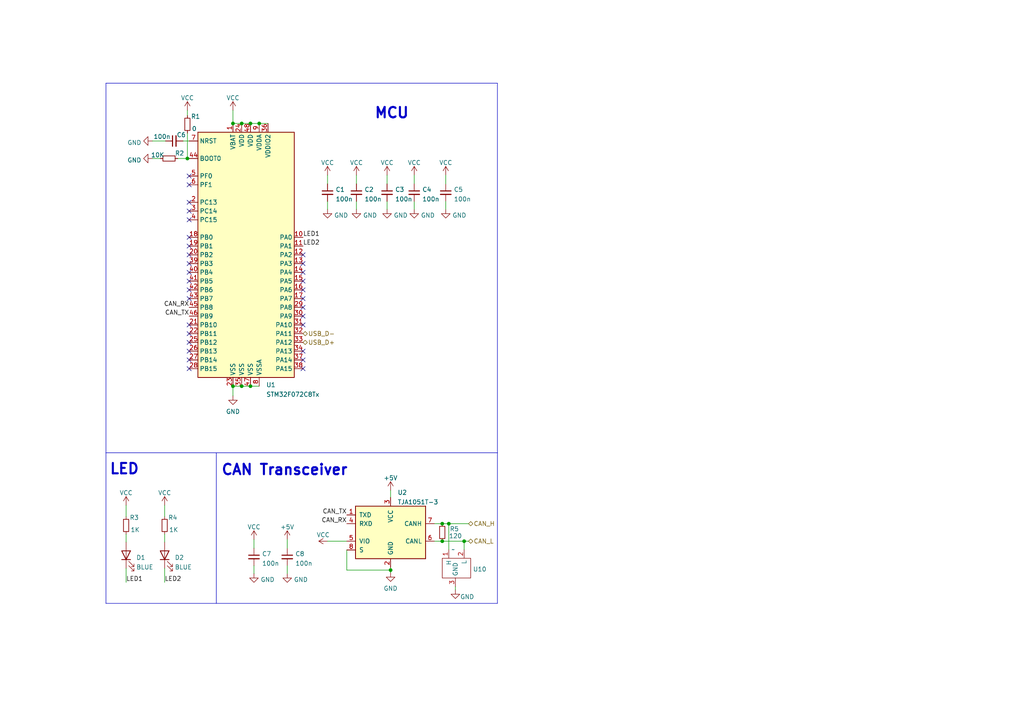
<source format=kicad_sch>
(kicad_sch (version 20230121) (generator eeschema)
  (paper "A4")
  (lib_symbols
    (symbol "Device:C_Small" (pin_numbers hide) (pin_names (offset 0.254) hide)
      (property "Reference" "C" (at 0.254 1.778 0))
      (property "Value" "C_Small" (at 0.254 -2.032 0))
      (symbol "C_Small_0_1"
        (polyline (pts (xy -1.524 -0.508) (xy 1.524 -0.508)) (stroke (width 0.3302)))
        (polyline (pts (xy -1.524 0.508) (xy 1.524 0.508)) (stroke (width 0.3048)))
      )
      (symbol "C_Small_1_1"
        (pin passive line (at 0 2.54 270) (length 2.032) (name "~") (number "1"))
        (pin passive line (at 0 -2.54 90) (length 2.032) (name "~") (number "2"))
      )
    )
    (symbol "Device:LED" (pin_numbers hide) (pin_names (offset 1.016) hide)
      (property "Reference" "D" (at 0 2.54 0))
      (property "Value" "LED" (at 0 -2.54 0))
      (symbol "LED_0_1"
        (polyline (pts (xy -1.27 -1.27) (xy -1.27 1.27)) (stroke (width 0.254)))
        (polyline (pts (xy -1.27 0) (xy 1.27 0)))
        (polyline (pts (xy 1.27 -1.27) (xy 1.27 1.27) (xy -1.27 0) (xy 1.27 -1.27)) (stroke (width 0.254)))
        (polyline (pts (xy -3.048 -0.762) (xy -4.572 -2.286) (xy -3.81 -2.286) (xy -4.572 -2.286) (xy -4.572 -1.524)))
        (polyline (pts (xy -1.778 -0.762) (xy -3.302 -2.286) (xy -2.54 -2.286) (xy -3.302 -2.286) (xy -3.302 -1.524)))
      )
      (symbol "LED_1_1"
        (pin passive line (at -3.81 0 0) (length 2.54) (name "K") (number "1"))
        (pin passive line (at 3.81 0 180) (length 2.54) (name "A") (number "2"))
      )
    )
    (symbol "Device:R_Small" (pin_numbers hide) (pin_names (offset 0.254) hide)
      (property "Reference" "R" (at 0.762 0.508 0))
      (property "Value" "R_Small" (at 0.762 -1.016 0))
      (symbol "R_Small_0_1"
        (rectangle (start -0.762 1.778) (end 0.762 -1.778) (stroke (width 0.2032)))
      )
      (symbol "R_Small_1_1"
        (pin passive line (at 0 2.54 270) (length 0.762) (name "~") (number "1"))
        (pin passive line (at 0 -2.54 90) (length 0.762) (name "~") (number "2"))
      )
    )
    (symbol "Extra IC:PESD1CAN"
      (property "Reference" "U" (at 3.81 -5.08 0))
      (symbol "PESD1CAN_0_1"
        (rectangle (start -4.445 3.81) (end 3.81 -1.905))
      )
      (symbol "PESD1CAN_1_1"
        (pin input line (at -2.54 6.35 270) (length 2.54) (name "H") (number "1"))
        (pin input line (at 1.905 6.35 270) (length 2.54) (name "L") (number "2"))
        (pin power_out line (at -0.635 -4.445 90) (length 2.54) (name "GND") (number "3"))
      )
    )
    (symbol "Interface_CAN_LIN:TJA1051T-3" (pin_names (offset 1.016))
      (property "Reference" "U" (at -10.16 8.89 0))
      (property "Value" "TJA1051T-3" (at 1.27 8.89 0))
      (symbol "TJA1051T-3_0_1"
        (rectangle (start -10.16 7.62) (end 10.16 -7.62) (stroke (width 0.254)) (fill (type background)))
      )
      (symbol "TJA1051T-3_1_1"
        (pin input line (at -12.7 5.08 0) (length 2.54) (name "TXD") (number "1"))
        (pin power_in line (at 0 -10.16 90) (length 2.54) (name "GND") (number "2"))
        (pin power_in line (at 0 10.16 270) (length 2.54) (name "VCC") (number "3"))
        (pin output line (at -12.7 2.54 0) (length 2.54) (name "RXD") (number "4"))
        (pin power_in line (at -12.7 -2.54 0) (length 2.54) (name "VIO") (number "5"))
        (pin bidirectional line (at 12.7 -2.54 180) (length 2.54) (name "CANL") (number "6"))
        (pin bidirectional line (at 12.7 2.54 180) (length 2.54) (name "CANH") (number "7"))
        (pin input line (at -12.7 -5.08 0) (length 2.54) (name "S") (number "8"))
      )
    )
    (symbol "MCU_ST_STM32F0:STM32F072C8Tx"
      (property "Reference" "U" (at -15.24 36.83 0))
      (property "Value" "STM32F072C8Tx" (at 7.62 36.83 0))
      (symbol "STM32F072C8Tx_0_1"
        (rectangle (start -15.24 -35.56) (end 12.7 35.56) (stroke (width 0.254)) (fill (type background)))
      )
      (symbol "STM32F072C8Tx_1_1"
        (pin power_in line (at -5.08 38.1 270) (length 2.54) (name "VBAT") (number "1"))
        (pin bidirectional line (at 15.24 5.08 180) (length 2.54) (name "PA0") (number "10"))
        (pin bidirectional line (at 15.24 2.54 180) (length 2.54) (name "PA1") (number "11"))
        (pin bidirectional line (at 15.24 0 180) (length 2.54) (name "PA2") (number "12"))
        (pin bidirectional line (at 15.24 -2.54 180) (length 2.54) (name "PA3") (number "13"))
        (pin bidirectional line (at 15.24 -5.08 180) (length 2.54) (name "PA4") (number "14"))
        (pin bidirectional line (at 15.24 -7.62 180) (length 2.54) (name "PA5") (number "15"))
        (pin bidirectional line (at 15.24 -10.16 180) (length 2.54) (name "PA6") (number "16"))
        (pin bidirectional line (at 15.24 -12.7 180) (length 2.54) (name "PA7") (number "17"))
        (pin bidirectional line (at -17.78 5.08 0) (length 2.54) (name "PB0") (number "18"))
        (pin bidirectional line (at -17.78 2.54 0) (length 2.54) (name "PB1") (number "19"))
        (pin bidirectional line (at -17.78 15.24 0) (length 2.54) (name "PC13") (number "2"))
        (pin bidirectional line (at -17.78 0 0) (length 2.54) (name "PB2") (number "20"))
        (pin bidirectional line (at -17.78 -20.32 0) (length 2.54) (name "PB10") (number "21"))
        (pin bidirectional line (at -17.78 -22.86 0) (length 2.54) (name "PB11") (number "22"))
        (pin power_in line (at -5.08 -38.1 90) (length 2.54) (name "VSS") (number "23"))
        (pin power_in line (at -2.54 38.1 270) (length 2.54) (name "VDD") (number "24"))
        (pin bidirectional line (at -17.78 -25.4 0) (length 2.54) (name "PB12") (number "25"))
        (pin bidirectional line (at -17.78 -27.94 0) (length 2.54) (name "PB13") (number "26"))
        (pin bidirectional line (at -17.78 -30.48 0) (length 2.54) (name "PB14") (number "27"))
        (pin bidirectional line (at -17.78 -33.02 0) (length 2.54) (name "PB15") (number "28"))
        (pin bidirectional line (at 15.24 -15.24 180) (length 2.54) (name "PA8") (number "29"))
        (pin bidirectional line (at -17.78 12.7 0) (length 2.54) (name "PC14") (number "3"))
        (pin bidirectional line (at 15.24 -17.78 180) (length 2.54) (name "PA9") (number "30"))
        (pin bidirectional line (at 15.24 -20.32 180) (length 2.54) (name "PA10") (number "31"))
        (pin bidirectional line (at 15.24 -22.86 180) (length 2.54) (name "PA11") (number "32"))
        (pin bidirectional line (at 15.24 -25.4 180) (length 2.54) (name "PA12") (number "33"))
        (pin bidirectional line (at 15.24 -27.94 180) (length 2.54) (name "PA13") (number "34"))
        (pin power_in line (at -2.54 -38.1 90) (length 2.54) (name "VSS") (number "35"))
        (pin power_in line (at 5.08 38.1 270) (length 2.54) (name "VDDIO2") (number "36"))
        (pin bidirectional line (at 15.24 -30.48 180) (length 2.54) (name "PA14") (number "37"))
        (pin bidirectional line (at 15.24 -33.02 180) (length 2.54) (name "PA15") (number "38"))
        (pin bidirectional line (at -17.78 -2.54 0) (length 2.54) (name "PB3") (number "39"))
        (pin bidirectional line (at -17.78 10.16 0) (length 2.54) (name "PC15") (number "4"))
        (pin bidirectional line (at -17.78 -5.08 0) (length 2.54) (name "PB4") (number "40"))
        (pin bidirectional line (at -17.78 -7.62 0) (length 2.54) (name "PB5") (number "41"))
        (pin bidirectional line (at -17.78 -10.16 0) (length 2.54) (name "PB6") (number "42"))
        (pin bidirectional line (at -17.78 -12.7 0) (length 2.54) (name "PB7") (number "43"))
        (pin input line (at -17.78 27.94 0) (length 2.54) (name "BOOT0") (number "44"))
        (pin bidirectional line (at -17.78 -15.24 0) (length 2.54) (name "PB8") (number "45"))
        (pin bidirectional line (at -17.78 -17.78 0) (length 2.54) (name "PB9") (number "46"))
        (pin power_in line (at 0 -38.1 90) (length 2.54) (name "VSS") (number "47"))
        (pin power_in line (at 0 38.1 270) (length 2.54) (name "VDD") (number "48"))
        (pin input line (at -17.78 22.86 0) (length 2.54) (name "PF0") (number "5"))
        (pin input line (at -17.78 20.32 0) (length 2.54) (name "PF1") (number "6"))
        (pin input line (at -17.78 33.02 0) (length 2.54) (name "NRST") (number "7"))
        (pin power_in line (at 2.54 -38.1 90) (length 2.54) (name "VSSA") (number "8"))
        (pin power_in line (at 2.54 38.1 270) (length 2.54) (name "VDDA") (number "9"))
      )
    )
    (symbol "power:+5V" (power) (pin_names (offset 0))
      (property "Value" "+5V" (at 0 3.556 0))
      (symbol "+5V_0_1"
        (polyline (pts (xy -0.762 1.27) (xy 0 2.54)))
        (polyline (pts (xy 0 0) (xy 0 2.54)))
        (polyline (pts (xy 0 2.54) (xy 0.762 1.27)))
      )
      (symbol "+5V_1_1"
        (pin power_in line (at 0 0 90) (length 0) hide (name "+5V") (number "1"))
      )
    )
    (symbol "power:GND" (power) (pin_names (offset 0))
      (property "Value" "GND" (at 0 -3.81 0))
      (symbol "GND_0_1"
        (polyline (pts (xy 0 0) (xy 0 -1.27) (xy 1.27 -1.27) (xy 0 -2.54) (xy -1.27 -1.27) (xy 0 -1.27)))
      )
      (symbol "GND_1_1"
        (pin power_in line (at 0 0 270) (length 0) hide (name "GND") (number "1"))
      )
    )
    (symbol "power:VCC" (power) (pin_names (offset 0))
      (property "Value" "VCC" (at 0 3.81 0))
      (symbol "VCC_0_1"
        (polyline (pts (xy -0.762 1.27) (xy 0 2.54)))
        (polyline (pts (xy 0 0) (xy 0 2.54)))
        (polyline (pts (xy 0 2.54) (xy 0.762 1.27)))
      )
      (symbol "VCC_1_1"
        (pin power_in line (at 0 0 90) (length 0) hide (name "VCC") (number "1"))
      )
    )
  )
  (junction (at 54.356 45.974))
  (junction (at 70.104 35.814))
  (junction (at 70.104 112.014))
  (junction (at 134.62 156.972))
  (junction (at 128.27 151.892))
  (junction (at 67.564 112.014))
  (junction (at 75.184 35.814))
  (junction (at 130.175 151.892))
  (junction (at 72.644 112.014))
  (junction (at 113.284 165.354))
  (junction (at 72.644 35.814))
  (junction (at 128.27 156.972))
  (junction (at 67.564 35.814))
  (no_connect (at 54.864 96.774))
  (no_connect (at 87.884 106.934))
  (no_connect (at 87.884 76.454))
  (no_connect (at 54.864 106.934))
  (no_connect (at 54.864 101.854))
  (no_connect (at 87.884 84.074))
  (no_connect (at 54.864 99.314))
  (no_connect (at 87.884 101.854))
  (no_connect (at 87.884 104.394))
  (no_connect (at 87.884 91.694))
  (no_connect (at 87.884 86.614))
  (no_connect (at 87.884 81.534))
  (no_connect (at 87.884 89.154))
  (no_connect (at 54.864 104.394))
  (no_connect (at 87.884 73.914))
  (no_connect (at 87.884 78.994))
  (no_connect (at 54.864 94.234))
  (no_connect (at 54.864 53.594))
  (no_connect (at 54.864 58.674))
  (no_connect (at 54.864 61.214))
  (no_connect (at 54.864 63.754))
  (no_connect (at 54.864 68.834))
  (no_connect (at 54.864 81.534))
  (no_connect (at 54.864 84.074))
  (no_connect (at 54.864 86.614))
  (no_connect (at 54.864 51.054))
  (no_connect (at 54.864 71.374))
  (no_connect (at 54.864 73.914))
  (no_connect (at 54.864 76.454))
  (no_connect (at 54.864 78.994))
  (no_connect (at 87.884 94.234))
  (wire (pts (xy 72.644 112.014) (xy 75.184 112.014)))
  (wire (pts (xy 113.284 165.354) (xy 113.284 166.116)))
  (polyline (pts (xy 30.734 131.318) (xy 144.272 131.318)))
  (wire (pts (xy 113.284 142.24) (xy 113.284 144.272)))
  (wire (pts (xy 132.08 171.069) (xy 132.08 170.18)))
  (wire (pts (xy 94.996 50.8) (xy 94.996 53.34)))
  (wire (pts (xy 112.268 50.8) (xy 112.268 53.34)))
  (wire (pts (xy 94.996 156.972) (xy 100.584 156.972)))
  (wire (pts (xy 44.196 40.894) (xy 48.006 40.894)))
  (wire (pts (xy 100.584 165.354) (xy 113.284 165.354)))
  (wire (pts (xy 70.104 112.014) (xy 72.644 112.014)))
  (wire (pts (xy 100.584 159.512) (xy 100.584 165.354)))
  (wire (pts (xy 67.564 35.814) (xy 70.104 35.814)))
  (wire (pts (xy 54.356 38.608) (xy 54.356 45.974)))
  (polyline (pts (xy 30.734 24.13) (xy 30.734 131.318)))
  (wire (pts (xy 134.62 156.972) (xy 135.89 156.972)))
  (wire (pts (xy 125.984 151.892) (xy 128.27 151.892)))
  (wire (pts (xy 36.576 154.94) (xy 36.576 157.226)))
  (wire (pts (xy 44.196 45.974) (xy 46.482 45.974)))
  (polyline (pts (xy 30.734 131.318) (xy 30.734 175.006)))
  (wire (pts (xy 73.66 156.464) (xy 73.66 159.004)))
  (polyline (pts (xy 144.272 131.318) (xy 144.272 24.13)))
  (wire (pts (xy 54.356 45.974) (xy 54.864 45.974)))
  (wire (pts (xy 72.644 35.814) (xy 75.184 35.814)))
  (wire (pts (xy 36.576 146.558) (xy 36.576 149.86)))
  (wire (pts (xy 128.27 156.972) (xy 134.62 156.972)))
  (wire (pts (xy 51.562 45.974) (xy 54.356 45.974)))
  (wire (pts (xy 120.142 50.8) (xy 120.142 53.34)))
  (wire (pts (xy 129.286 58.42) (xy 129.286 60.706)))
  (wire (pts (xy 67.564 32.004) (xy 67.564 35.814)))
  (wire (pts (xy 103.378 50.8) (xy 103.378 53.34)))
  (wire (pts (xy 94.996 58.42) (xy 94.996 60.706)))
  (wire (pts (xy 128.27 151.892) (xy 130.175 151.892)))
  (wire (pts (xy 83.312 156.464) (xy 83.312 159.004)))
  (polyline (pts (xy 30.734 175.006) (xy 144.272 175.006)))
  (wire (pts (xy 103.378 58.42) (xy 103.378 60.706)))
  (wire (pts (xy 73.66 164.084) (xy 73.66 166.37)))
  (wire (pts (xy 47.752 154.94) (xy 47.752 157.226)))
  (wire (pts (xy 67.564 112.014) (xy 67.564 114.808)))
  (wire (pts (xy 47.752 164.846) (xy 47.752 168.91)))
  (wire (pts (xy 75.184 35.814) (xy 77.724 35.814)))
  (wire (pts (xy 129.286 50.8) (xy 129.286 53.34)))
  (wire (pts (xy 83.312 164.084) (xy 83.312 166.37)))
  (wire (pts (xy 130.175 151.892) (xy 135.89 151.892)))
  (wire (pts (xy 113.284 164.592) (xy 113.284 165.354)))
  (wire (pts (xy 125.984 156.972) (xy 128.27 156.972)))
  (wire (pts (xy 134.62 156.972) (xy 134.62 159.385)))
  (wire (pts (xy 36.576 164.846) (xy 36.576 168.91)))
  (polyline (pts (xy 144.272 175.006) (xy 144.272 131.318)))
  (wire (pts (xy 54.356 32.004) (xy 54.356 33.528)))
  (polyline (pts (xy 30.734 24.13) (xy 144.272 24.13)))
  (wire (pts (xy 53.086 40.894) (xy 54.864 40.894)))
  (wire (pts (xy 47.752 146.558) (xy 47.752 149.86)))
  (wire (pts (xy 70.104 35.814) (xy 72.644 35.814)))
  (wire (pts (xy 112.268 58.42) (xy 112.268 60.706)))
  (wire (pts (xy 120.142 58.42) (xy 120.142 60.706)))
  (polyline (pts (xy 62.738 131.318) (xy 62.738 175.006)))
  (wire (pts (xy 130.175 151.892) (xy 130.175 159.385)))
  (wire (pts (xy 67.564 112.014) (xy 70.104 112.014)))
  (text "CAN Transceiver" (at 64.008 138.176 0) (effects (font (size 3 3) (thickness 0.6) bold) (justify left bottom)))
  (text "LED" (at 31.623 137.922 0) (effects (font (size 3 3) (thickness 0.6) bold) (justify left bottom)))
  (text "MCU" (at 108.458 34.671 0) (effects (font (size 3 3) (thickness 0.6) bold) (justify left bottom)))
  (label "CAN_TX" (at 100.584 149.352 180))
  (label "LED2" (at 47.752 168.91 0))
  (label "LED2" (at 87.884 71.374 0))
  (label "CAN_TX" (at 54.864 91.694 180))
  (label "LED1" (at 87.884 68.834 0))
  (label "LED1" (at 36.576 168.91 0))
  (label "CAN_RX" (at 54.864 89.154 180))
  (label "CAN_RX" (at 100.584 151.892 180))
  (hierarchical_label "USB_D+" (shape bidirectional) (at 87.884 99.314 0))
  (hierarchical_label "USB_D-" (shape bidirectional) (at 87.884 96.774 0))
  (hierarchical_label "CAN_L" (shape bidirectional) (at 135.89 156.972 0))
  (hierarchical_label "CAN_H" (shape bidirectional) (at 135.89 151.892 0))
  (symbol (lib_id "Device:C_Small") (at 120.142 55.88 0) (unit 1)
    (property "Reference" "C4" (at 122.4661 54.9778 0) (effects (justify left)))
    (property "Value" "100n" (at 122.4661 57.7529 0) (effects (justify left)))
    (property "Footprint" "Capacitor_SMD:C_0603_1608Metric" (effects hide))
  )
  (symbol (lib_id "power:GND") (at 44.196 45.974 270) (unit 1)
    (property "Reference" "#PWR04" (effects hide))
    (property "Value" "GND" (at 41.0211 46.453 90) (effects (justify right)))
  )
  (symbol (lib_id "power:GND") (at 103.378 60.706 0) (unit 1)
    (property "Reference" "#PWR011" (effects hide))
    (property "Value" "GND" (at 105.283 62.455 0) (effects (justify left)))
  )
  (symbol (lib_id "Interface_CAN_LIN:TJA1051T-3") (at 113.284 154.432 0) (unit 1)
    (property "Reference" "U2" (at 115.3034 142.8455 0) (effects (justify left)))
    (property "Value" "TJA1051T-3" (at 115.3034 145.6206 0) (effects (justify left)))
    (property "Footprint" "Package_SO:SOIC-8_3.9x4.9mm_P1.27mm" (effects hide))
    (property "Datasheet" "http://www.nxp.com/documents/data_sheet/TJA1051.pdf" (effects hide))
  )
  (symbol (lib_id "Device:LED") (at 36.576 161.036 90) (unit 1)
    (property "Reference" "D1" (at 39.497 161.715 90) (effects (justify right)))
    (property "Value" "BLUE" (at 39.497 164.4901 90) (effects (justify right)))
    (property "Footprint" "LED_SMD:LED_0603_1608Metric" (effects hide))
  )
  (symbol (lib_id "power:GND") (at 73.66 166.37 0) (unit 1)
    (property "Reference" "#PWR023" (effects hide))
    (property "Value" "GND" (at 75.565 168.119 0) (effects (justify left)))
  )
  (symbol (lib_id "power:+5V") (at 83.312 156.464 0) (unit 1)
    (property "Reference" "#PWR020" (effects hide))
    (property "Value" "+5V" (at 83.312 152.8595 0))
  )
  (symbol (lib_id "power:GND") (at 94.996 60.706 0) (unit 1)
    (property "Reference" "#PWR010" (effects hide))
    (property "Value" "GND" (at 96.901 62.455 0) (effects (justify left)))
  )
  (symbol (lib_id "power:VCC") (at 103.378 50.8 0) (unit 1)
    (property "Reference" "#PWR06" (effects hide))
    (property "Value" "VCC" (at 103.378 47.1955 0))
  )
  (symbol (lib_id "power:+5V") (at 113.284 142.24 0) (unit 1)
    (property "Reference" "#PWR016" (effects hide))
    (property "Value" "+5V" (at 113.284 138.6355 0))
  )
  (symbol (lib_id "Device:C_Small") (at 112.268 55.88 0) (unit 1)
    (property "Reference" "C3" (at 114.5921 54.9778 0) (effects (justify left)))
    (property "Value" "100n" (at 114.5921 57.7529 0) (effects (justify left)))
    (property "Footprint" "Capacitor_SMD:C_0603_1608Metric" (effects hide))
  )
  (symbol (lib_id "power:VCC") (at 129.286 50.8 0) (unit 1)
    (property "Reference" "#PWR09" (effects hide))
    (property "Value" "VCC" (at 129.286 47.1955 0))
  )
  (symbol (lib_id "Device:R_Small") (at 47.752 152.4 180) (unit 1)
    (property "Reference" "R4" (at 48.768 150.114 0) (effects (justify right)))
    (property "Value" "1K" (at 49.022 153.67 0) (effects (justify right)))
    (property "Footprint" "Resistor_SMD:R_0603_1608Metric" (effects hide))
  )
  (symbol (lib_id "power:GND") (at 120.142 60.706 0) (unit 1)
    (property "Reference" "#PWR013" (effects hide))
    (property "Value" "GND" (at 122.047 62.455 0) (effects (justify left)))
  )
  (symbol (lib_id "power:VCC") (at 94.996 156.972 90) (mirror x) (unit 1)
    (property "Reference" "#PWR021" (effects hide))
    (property "Value" "VCC" (at 93.726 155.1455 90))
  )
  (symbol (lib_id "power:GND") (at 44.196 40.894 270) (unit 1)
    (property "Reference" "#PWR03" (effects hide))
    (property "Value" "GND" (at 41.0211 41.373 90) (effects (justify right)))
  )
  (symbol (lib_id "power:GND") (at 113.284 166.116 0) (unit 1)
    (property "Reference" "#PWR022" (effects hide))
    (property "Value" "GND" (at 113.284 170.6785 0))
  )
  (symbol (lib_id "power:VCC") (at 94.996 50.8 0) (unit 1)
    (property "Reference" "#PWR05" (effects hide))
    (property "Value" "VCC" (at 94.996 47.1955 0))
  )
  (symbol (lib_id "Device:C_Small") (at 103.378 55.88 0) (unit 1)
    (property "Reference" "C2" (at 105.7021 54.9778 0) (effects (justify left)))
    (property "Value" "100n" (at 105.7021 57.7529 0) (effects (justify left)))
    (property "Footprint" "Capacitor_SMD:C_0603_1608Metric" (effects hide))
  )
  (symbol (lib_id "Device:R_Small") (at 128.27 154.432 0) (unit 1)
    (property "Reference" "R5" (at 130.429 153.416 0) (effects (justify left)))
    (property "Value" "120" (at 130.175 155.448 0) (effects (justify left)))
    (property "Footprint" "Resistor_SMD:R_0603_1608Metric" (effects hide))
  )
  (symbol (lib_id "power:GND") (at 132.08 171.069 0) (unit 1)
    (property "Reference" "#PWR085" (effects hide))
    (property "Value" "GND" (at 135.509 173.101 0))
  )
  (symbol (lib_id "Device:R_Small") (at 54.356 36.068 180) (unit 1)
    (property "Reference" "R1" (at 55.372 33.782 0) (effects (justify right)))
    (property "Value" "0" (at 55.626 37.338 0) (effects (justify right)))
    (property "Footprint" "Resistor_SMD:R_0603_1608Metric" (effects hide))
  )
  (symbol (lib_id "power:GND") (at 67.564 114.808 0) (unit 1)
    (property "Reference" "#PWR015" (effects hide))
    (property "Value" "GND" (at 67.564 119.3705 0))
  )
  (symbol (lib_id "power:VCC") (at 73.66 156.464 0) (unit 1)
    (property "Reference" "#PWR019" (effects hide))
    (property "Value" "VCC" (at 73.66 152.8595 0))
  )
  (symbol (lib_id "power:GND") (at 83.312 166.37 0) (unit 1)
    (property "Reference" "#PWR024" (effects hide))
    (property "Value" "GND" (at 85.217 168.119 0) (effects (justify left)))
  )
  (symbol (lib_id "Extra IC:PESD1CAN") (at 132.715 165.735 0) (unit 1)
    (property "Reference" "U10" (at 137.16 165.0993 0) (effects (justify left)))
    (property "Value" "~" (at 131.445 159.385 0))
    (property "Footprint" "Package_TO_SOT_SMD:SOT-23-3" (effects hide))
  )
  (symbol (lib_id "power:VCC") (at 47.752 146.558 0) (unit 1)
    (property "Reference" "#PWR018" (effects hide))
    (property "Value" "VCC" (at 47.752 142.9535 0))
  )
  (symbol (lib_id "Device:C_Small") (at 73.66 161.544 0) (unit 1)
    (property "Reference" "C7" (at 75.9841 160.6418 0) (effects (justify left)))
    (property "Value" "100n" (at 75.9841 163.4169 0) (effects (justify left)))
    (property "Footprint" "Capacitor_SMD:C_0603_1608Metric" (effects hide))
  )
  (symbol (lib_id "power:VCC") (at 36.576 146.558 0) (unit 1)
    (property "Reference" "#PWR017" (effects hide))
    (property "Value" "VCC" (at 36.576 142.9535 0))
  )
  (symbol (lib_id "Device:C_Small") (at 94.996 55.88 0) (unit 1)
    (property "Reference" "C1" (at 97.3201 54.9778 0) (effects (justify left)))
    (property "Value" "100n" (at 97.3201 57.7529 0) (effects (justify left)))
    (property "Footprint" "Capacitor_SMD:C_0603_1608Metric" (effects hide))
  )
  (symbol (lib_id "Device:C_Small") (at 50.546 40.894 90) (unit 1)
    (property "Reference" "C6" (at 52.578 39.116 90))
    (property "Value" "100n" (at 46.99 39.624 90))
    (property "Footprint" "Capacitor_SMD:C_0603_1608Metric" (effects hide))
  )
  (symbol (lib_id "Device:R_Small") (at 36.576 152.4 180) (unit 1)
    (property "Reference" "R3" (at 37.592 150.114 0) (effects (justify right)))
    (property "Value" "1K" (at 37.846 153.67 0) (effects (justify right)))
    (property "Footprint" "Resistor_SMD:R_0603_1608Metric" (effects hide))
  )
  (symbol (lib_id "power:GND") (at 112.268 60.706 0) (unit 1)
    (property "Reference" "#PWR012" (effects hide))
    (property "Value" "GND" (at 114.173 62.455 0) (effects (justify left)))
  )
  (symbol (lib_id "Device:R_Small") (at 49.022 45.974 90) (unit 1)
    (property "Reference" "R2" (at 52.07 44.45 90))
    (property "Value" "10K" (at 45.72 44.958 90))
    (property "Footprint" "Resistor_SMD:R_0603_1608Metric" (effects hide))
  )
  (symbol (lib_id "Device:C_Small") (at 83.312 161.544 0) (unit 1)
    (property "Reference" "C8" (at 85.6361 160.6418 0) (effects (justify left)))
    (property "Value" "100n" (at 85.6361 163.4169 0) (effects (justify left)))
    (property "Footprint" "Capacitor_SMD:C_0603_1608Metric" (effects hide))
  )
  (symbol (lib_id "power:GND") (at 129.286 60.706 0) (unit 1)
    (property "Reference" "#PWR014" (effects hide))
    (property "Value" "GND" (at 131.191 62.455 0) (effects (justify left)))
  )
  (symbol (lib_id "power:VCC") (at 120.142 50.8 0) (unit 1)
    (property "Reference" "#PWR08" (effects hide))
    (property "Value" "VCC" (at 120.142 47.1955 0))
  )
  (symbol (lib_id "Device:LED") (at 47.752 161.036 90) (unit 1)
    (property "Reference" "D2" (at 50.673 161.715 90) (effects (justify right)))
    (property "Value" "BLUE" (at 50.673 164.4901 90) (effects (justify right)))
    (property "Footprint" "LED_SMD:LED_0603_1608Metric" (effects hide))
  )
  (symbol (lib_id "MCU_ST_STM32F0:STM32F072C8Tx") (at 72.644 73.914 0) (unit 1)
    (property "Reference" "U1" (at 77.2034 111.6235 0) (effects (justify left)))
    (property "Value" "STM32F072C8Tx" (at 77.2034 114.3986 0) (effects (justify left)))
    (property "Footprint" "Package_QFP:LQFP-48_7x7mm_P0.5mm" (effects hide))
    (property "Datasheet" "http://www.st.com/st-web-ui/static/active/en/resource/technical/document/datasheet/DM00090510.pdf" (effects hide))
  )
  (symbol (lib_id "power:VCC") (at 67.564 32.004 0) (unit 1)
    (property "Reference" "#PWR02" (effects hide))
    (property "Value" "VCC" (at 67.564 28.3995 0))
  )
  (symbol (lib_id "power:VCC") (at 54.356 32.004 0) (unit 1)
    (property "Reference" "#PWR01" (effects hide))
    (property "Value" "VCC" (at 54.356 28.3995 0))
  )
  (symbol (lib_id "Device:C_Small") (at 129.286 55.88 0) (unit 1)
    (property "Reference" "C5" (at 131.6101 54.9778 0) (effects (justify left)))
    (property "Value" "100n" (at 131.6101 57.7529 0) (effects (justify left)))
    (property "Footprint" "Capacitor_SMD:C_0603_1608Metric" (effects hide))
  )
  (symbol (lib_id "power:VCC") (at 112.268 50.8 0) (unit 1)
    (property "Reference" "#PWR07" (effects hide))
    (property "Value" "VCC" (at 112.268 47.1955 0))
  )
)
</source>
